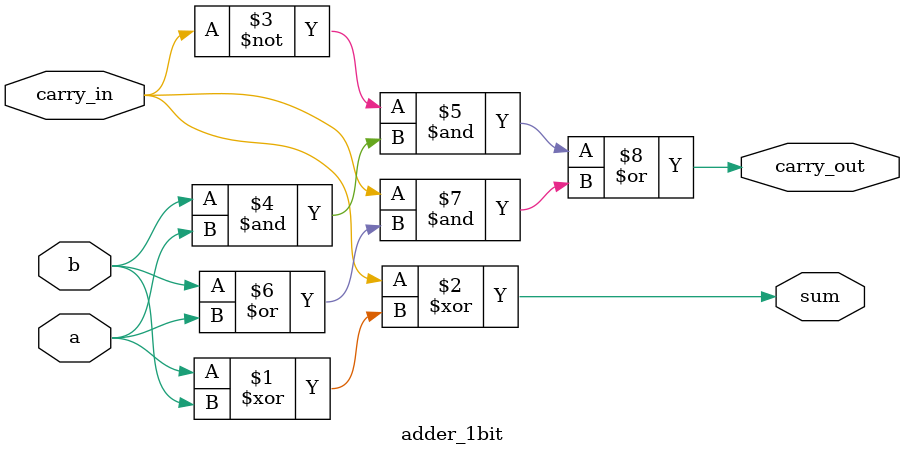
<source format=sv>
module adder_1bit(
  input wire a,
  input wire b,
  input wire carry_in,
  output wire sum,
  output wire carry_out
);

assign sum = carry_in ^ (a ^ b);
assign carry_out = ((~carry_in) & (b & a)) | (carry_in & (b | a));

endmodule

</source>
